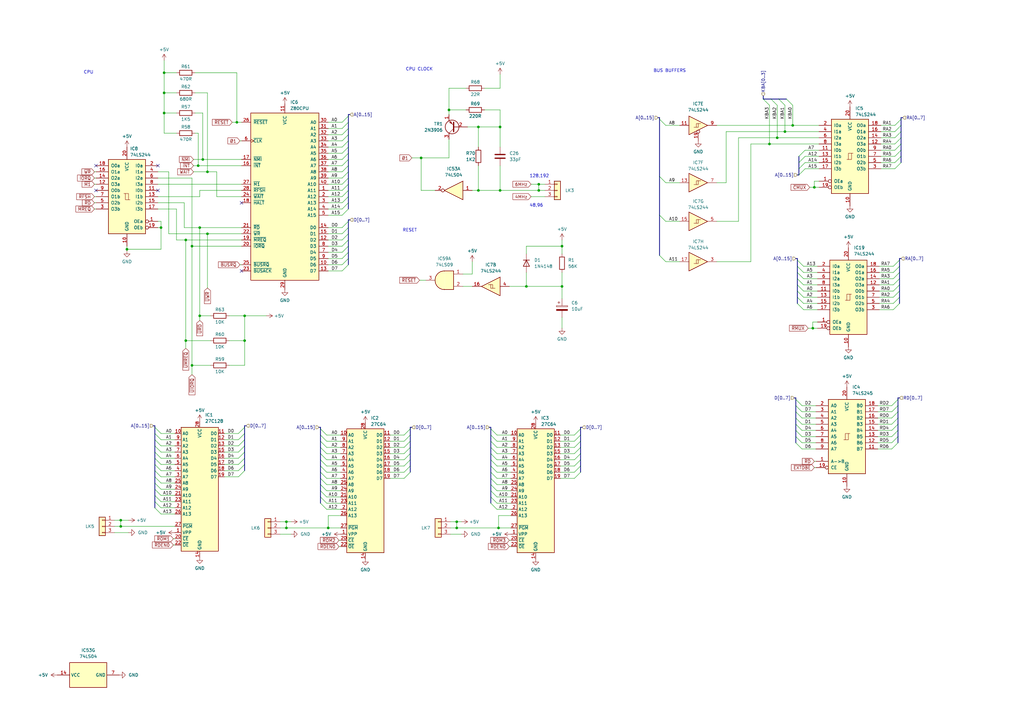
<source format=kicad_sch>
(kicad_sch (version 20230121) (generator eeschema)
  (paper "A3")
  (junction (at 97.155 50.165))
  (junction (at 220.98 75.565))
  (junction (at 187.325 216.535))
  (junction (at 230.505 117.475))
  (junction (at 230.505 100.965))
  (junction (at 85.09 70.485))
  (junction (at 184.15 45.085))
  (junction (at 83.185 65.405))
  (junction (at 85.09 95.885))
  (junction (at 187.325 213.995))
  (junction (at 318.77 56.515))
  (junction (at 66.04 93.345))
  (junction (at 78.74 100.965))
  (junction (at 321.945 53.975))
  (junction (at 215.9 117.475))
  (junction (at 100.33 129.54))
  (junction (at 205.105 52.07))
  (junction (at 315.595 59.055))
  (junction (at 172.72 64.77))
  (junction (at 67.31 46.355))
  (junction (at 196.215 52.07))
  (junction (at 333.375 134.62))
  (junction (at 204.47 216.535))
  (junction (at 100.33 139.7))
  (junction (at 81.915 129.54))
  (junction (at 76.2 98.425))
  (junction (at 325.12 51.435))
  (junction (at 78.74 149.86))
  (junction (at 334.01 76.835))
  (junction (at 81.915 93.345))
  (junction (at 52.07 102.235))
  (junction (at 81.28 67.945))
  (junction (at 76.2 139.7))
  (junction (at 49.53 213.36))
  (junction (at 205.105 78.105))
  (junction (at 67.31 29.845))
  (junction (at 220.98 78.105))
  (junction (at 117.475 216.535))
  (junction (at 196.215 78.105))
  (junction (at 117.475 213.995))
  (junction (at 67.31 38.1))
  (junction (at 49.53 215.9))
  (junction (at 134.62 216.535))
  (no_connect (at 64.77 67.945))
  (no_connect (at 64.77 78.105))
  (no_connect (at 99.06 111.125))
  (no_connect (at 39.37 67.945))
  (no_connect (at 99.06 83.185))
  (no_connect (at 39.37 78.105))
  (bus_entry (at 328.93 179.07) (size -2.54 -2.54))
  (bus_entry (at 165.735 180.975) (size 2.54 -2.54))
  (bus_entry (at 66.04 187.96) (size -2.54 -2.54))
  (bus_entry (at 66.04 203.2) (size -2.54 -2.54))
  (bus_entry (at 66.04 208.28) (size -2.54 -2.54))
  (bus_entry (at 203.835 208.915) (size -2.54 -2.54))
  (bus_entry (at 328.93 173.99) (size -2.54 -2.54))
  (bus_entry (at 140.335 52.705) (size 2.54 -2.54))
  (bus_entry (at 203.835 198.755) (size -2.54 -2.54))
  (bus_entry (at 133.985 186.055) (size -2.54 -2.54))
  (bus_entry (at 165.735 196.215) (size 2.54 -2.54))
  (bus_entry (at 329.565 119.38) (size -2.54 -2.54))
  (bus_entry (at 165.735 183.515) (size 2.54 -2.54))
  (bus_entry (at 133.985 193.675) (size -2.54 -2.54))
  (bus_entry (at 367.03 69.215) (size 2.54 -2.54))
  (bus_entry (at 329.565 116.84) (size -2.54 -2.54))
  (bus_entry (at 97.79 193.04) (size 2.54 -2.54))
  (bus_entry (at 203.835 196.215) (size -2.54 -2.54))
  (bus_entry (at 140.335 95.885) (size 2.54 -2.54))
  (bus_entry (at 330.2 69.215) (size -2.54 2.54))
  (bus_entry (at 365.76 171.45) (size 2.54 -2.54))
  (bus_entry (at 140.335 62.865) (size 2.54 -2.54))
  (bus_entry (at 329.565 124.46) (size -2.54 -2.54))
  (bus_entry (at 203.835 188.595) (size -2.54 -2.54))
  (bus_entry (at 133.985 206.375) (size -2.54 -2.54))
  (bus_entry (at 316.23 40.64) (size 2.54 2.54))
  (bus_entry (at 273.05 107.315) (size -2.54 -2.54))
  (bus_entry (at 140.335 70.485) (size 2.54 -2.54))
  (bus_entry (at 329.565 109.22) (size -2.54 -2.54))
  (bus_entry (at 203.835 180.975) (size -2.54 -2.54))
  (bus_entry (at 367.03 56.515) (size 2.54 -2.54))
  (bus_entry (at 165.735 191.135) (size 2.54 -2.54))
  (bus_entry (at 367.03 61.595) (size 2.54 -2.54))
  (bus_entry (at 367.03 59.055) (size 2.54 -2.54))
  (bus_entry (at 203.835 183.515) (size -2.54 -2.54))
  (bus_entry (at 66.04 195.58) (size -2.54 -2.54))
  (bus_entry (at 367.03 53.975) (size 2.54 -2.54))
  (bus_entry (at 66.04 190.5) (size -2.54 -2.54))
  (bus_entry (at 313.055 40.64) (size 2.54 2.54))
  (bus_entry (at 140.335 73.025) (size 2.54 -2.54))
  (bus_entry (at 203.835 206.375) (size -2.54 -2.54))
  (bus_entry (at 140.335 103.505) (size 2.54 -2.54))
  (bus_entry (at 66.04 177.8) (size -2.54 -2.54))
  (bus_entry (at 140.335 67.945) (size 2.54 -2.54))
  (bus_entry (at 66.04 193.04) (size -2.54 -2.54))
  (bus_entry (at 133.985 201.295) (size -2.54 -2.54))
  (bus_entry (at 366.395 114.3) (size 2.54 -2.54))
  (bus_entry (at 140.335 106.045) (size 2.54 -2.54))
  (bus_entry (at 365.76 181.61) (size 2.54 -2.54))
  (bus_entry (at 329.565 114.3) (size -2.54 -2.54))
  (bus_entry (at 203.835 178.435) (size -2.54 -2.54))
  (bus_entry (at 328.93 184.15) (size -2.54 -2.54))
  (bus_entry (at 203.835 186.055) (size -2.54 -2.54))
  (bus_entry (at 366.395 121.92) (size 2.54 -2.54))
  (bus_entry (at 322.58 40.64) (size 2.54 2.54))
  (bus_entry (at 140.335 88.265) (size 2.54 -2.54))
  (bus_entry (at 133.985 183.515) (size -2.54 -2.54))
  (bus_entry (at 133.985 180.975) (size -2.54 -2.54))
  (bus_entry (at 66.04 200.66) (size -2.54 -2.54))
  (bus_entry (at 367.03 51.435) (size 2.54 -2.54))
  (bus_entry (at 97.79 187.96) (size 2.54 -2.54))
  (bus_entry (at 140.335 75.565) (size 2.54 -2.54))
  (bus_entry (at 140.335 78.105) (size 2.54 -2.54))
  (bus_entry (at 97.79 195.58) (size 2.54 -2.54))
  (bus_entry (at 97.79 190.5) (size 2.54 -2.54))
  (bus_entry (at 140.335 100.965) (size 2.54 -2.54))
  (bus_entry (at 133.985 188.595) (size -2.54 -2.54))
  (bus_entry (at 366.395 119.38) (size 2.54 -2.54))
  (bus_entry (at 273.05 51.435) (size -2.54 -2.54))
  (bus_entry (at 235.585 186.055) (size 2.54 -2.54))
  (bus_entry (at 140.335 55.245) (size 2.54 -2.54))
  (bus_entry (at 366.395 127) (size 2.54 -2.54))
  (bus_entry (at 66.04 205.74) (size -2.54 -2.54))
  (bus_entry (at 165.735 188.595) (size 2.54 -2.54))
  (bus_entry (at 66.04 182.88) (size -2.54 -2.54))
  (bus_entry (at 330.2 66.675) (size -2.54 2.54))
  (bus_entry (at 328.93 176.53) (size -2.54 -2.54))
  (bus_entry (at 328.93 166.37) (size -2.54 -2.54))
  (bus_entry (at 140.335 83.185) (size 2.54 -2.54))
  (bus_entry (at 97.79 180.34) (size 2.54 -2.54))
  (bus_entry (at 365.76 166.37) (size 2.54 -2.54))
  (bus_entry (at 203.835 191.135) (size -2.54 -2.54))
  (bus_entry (at 235.585 196.215) (size 2.54 -2.54))
  (bus_entry (at 133.985 191.135) (size -2.54 -2.54))
  (bus_entry (at 140.335 108.585) (size 2.54 -2.54))
  (bus_entry (at 235.585 188.595) (size 2.54 -2.54))
  (bus_entry (at 366.395 111.76) (size 2.54 -2.54))
  (bus_entry (at 140.335 60.325) (size 2.54 -2.54))
  (bus_entry (at 366.395 109.22) (size 2.54 -2.54))
  (bus_entry (at 66.04 198.12) (size -2.54 -2.54))
  (bus_entry (at 140.335 85.725) (size 2.54 -2.54))
  (bus_entry (at 365.76 179.07) (size 2.54 -2.54))
  (bus_entry (at 329.565 121.92) (size -2.54 -2.54))
  (bus_entry (at 133.985 198.755) (size -2.54 -2.54))
  (bus_entry (at 273.05 90.805) (size -2.54 -2.54))
  (bus_entry (at 235.585 178.435) (size 2.54 -2.54))
  (bus_entry (at 366.395 116.84) (size 2.54 -2.54))
  (bus_entry (at 365.76 176.53) (size 2.54 -2.54))
  (bus_entry (at 203.835 203.835) (size -2.54 -2.54))
  (bus_entry (at 165.735 186.055) (size 2.54 -2.54))
  (bus_entry (at 140.335 98.425) (size 2.54 -2.54))
  (bus_entry (at 328.93 168.91) (size -2.54 -2.54))
  (bus_entry (at 203.835 201.295) (size -2.54 -2.54))
  (bus_entry (at 97.79 177.8) (size 2.54 -2.54))
  (bus_entry (at 140.335 93.345) (size 2.54 -2.54))
  (bus_entry (at 165.735 178.435) (size 2.54 -2.54))
  (bus_entry (at 235.585 183.515) (size 2.54 -2.54))
  (bus_entry (at 66.04 210.82) (size -2.54 -2.54))
  (bus_entry (at 330.2 64.135) (size -2.54 2.54))
  (bus_entry (at 319.405 40.64) (size 2.54 2.54))
  (bus_entry (at 235.585 193.675) (size 2.54 -2.54))
  (bus_entry (at 133.985 178.435) (size -2.54 -2.54))
  (bus_entry (at 367.03 66.675) (size 2.54 -2.54))
  (bus_entry (at 140.335 57.785) (size 2.54 -2.54))
  (bus_entry (at 365.76 168.91) (size 2.54 -2.54))
  (bus_entry (at 367.03 64.135) (size 2.54 -2.54))
  (bus_entry (at 66.04 185.42) (size -2.54 -2.54))
  (bus_entry (at 235.585 180.975) (size 2.54 -2.54))
  (bus_entry (at 140.335 111.125) (size 2.54 -2.54))
  (bus_entry (at 329.565 127) (size -2.54 -2.54))
  (bus_entry (at 273.05 74.93) (size -2.54 -2.54))
  (bus_entry (at 165.735 193.675) (size 2.54 -2.54))
  (bus_entry (at 203.835 193.675) (size -2.54 -2.54))
  (bus_entry (at 140.335 65.405) (size 2.54 -2.54))
  (bus_entry (at 365.76 173.99) (size 2.54 -2.54))
  (bus_entry (at 140.335 80.645) (size 2.54 -2.54))
  (bus_entry (at 133.985 208.915) (size -2.54 -2.54))
  (bus_entry (at 365.76 184.15) (size 2.54 -2.54))
  (bus_entry (at 366.395 124.46) (size 2.54 -2.54))
  (bus_entry (at 329.565 111.76) (size -2.54 -2.54))
  (bus_entry (at 66.04 180.34) (size -2.54 -2.54))
  (bus_entry (at 133.985 196.215) (size -2.54 -2.54))
  (bus_entry (at 328.93 171.45) (size -2.54 -2.54))
  (bus_entry (at 97.79 182.88) (size 2.54 -2.54))
  (bus_entry (at 330.2 61.595) (size -2.54 2.54))
  (bus_entry (at 140.335 50.165) (size 2.54 -2.54))
  (bus_entry (at 97.79 185.42) (size 2.54 -2.54))
  (bus_entry (at 328.93 181.61) (size -2.54 -2.54))
  (bus_entry (at 133.985 203.835) (size -2.54 -2.54))
  (bus_entry (at 235.585 191.135) (size 2.54 -2.54))
  (bus (pts (xy 131.445 198.755) (xy 131.445 201.295)))
  (wire (pts (xy 160.02 188.595) (xy 165.735 188.595)))
  (wire (pts (xy 335.28 127) (xy 329.565 127)))
  (wire (pts (xy 360.68 124.46) (xy 366.395 124.46)))
  (wire (pts (xy 335.28 109.22) (xy 329.565 109.22)))
  (wire (pts (xy 78.74 100.965) (xy 78.74 149.86)))
  (wire (pts (xy 360.045 171.45) (xy 365.76 171.45)))
  (bus (pts (xy 369.57 61.595) (xy 369.57 64.135)))
  (bus (pts (xy 368.3 168.91) (xy 368.3 171.45)))
  (bus (pts (xy 313.055 39.37) (xy 313.055 40.64)))
  (bus (pts (xy 168.275 175.895) (xy 168.275 178.435)))
  (wire (pts (xy 134.62 100.965) (xy 140.335 100.965)))
  (bus (pts (xy 142.875 90.17) (xy 142.875 90.805)))
  (wire (pts (xy 52.705 213.36) (xy 49.53 213.36)))
  (wire (pts (xy 92.075 177.8) (xy 97.79 177.8)))
  (bus (pts (xy 326.39 176.53) (xy 326.39 179.07)))
  (wire (pts (xy 134.62 73.025) (xy 140.335 73.025)))
  (wire (pts (xy 230.505 117.475) (xy 215.9 117.475)))
  (wire (pts (xy 139.7 211.455) (xy 134.62 211.455)))
  (wire (pts (xy 360.045 168.91) (xy 365.76 168.91)))
  (bus (pts (xy 327.66 69.215) (xy 327.66 66.675)))
  (wire (pts (xy 119.38 219.075) (xy 114.935 219.075)))
  (bus (pts (xy 327.66 71.755) (xy 327.66 69.215)))
  (wire (pts (xy 361.315 69.215) (xy 367.03 69.215)))
  (wire (pts (xy 334.01 191.77) (xy 334.645 191.77)))
  (wire (pts (xy 178.435 78.105) (xy 172.72 78.105)))
  (bus (pts (xy 131.445 191.135) (xy 131.445 193.675)))
  (wire (pts (xy 109.22 129.54) (xy 100.33 129.54)))
  (wire (pts (xy 172.72 78.105) (xy 172.72 64.77)))
  (wire (pts (xy 93.98 139.7) (xy 100.33 139.7)))
  (bus (pts (xy 270.51 88.265) (xy 270.51 104.775)))
  (wire (pts (xy 64.77 93.345) (xy 66.04 93.345)))
  (wire (pts (xy 134.62 88.265) (xy 140.335 88.265)))
  (wire (pts (xy 198.755 45.085) (xy 205.105 45.085)))
  (wire (pts (xy 230.505 100.965) (xy 230.505 104.14)))
  (wire (pts (xy 134.62 111.125) (xy 140.335 111.125)))
  (wire (pts (xy 229.87 188.595) (xy 235.585 188.595)))
  (wire (pts (xy 100.33 139.7) (xy 100.33 129.54)))
  (bus (pts (xy 63.5 205.74) (xy 63.5 208.28)))
  (bus (pts (xy 368.3 171.45) (xy 368.3 173.99)))
  (wire (pts (xy 209.55 183.515) (xy 203.835 183.515)))
  (wire (pts (xy 229.87 196.215) (xy 235.585 196.215)))
  (wire (pts (xy 315.595 59.055) (xy 335.915 59.055)))
  (wire (pts (xy 334.01 189.23) (xy 334.645 189.23)))
  (bus (pts (xy 327.025 116.84) (xy 327.025 119.38)))
  (wire (pts (xy 220.98 75.565) (xy 223.52 75.565)))
  (bus (pts (xy 142.875 100.965) (xy 142.875 103.505)))
  (bus (pts (xy 142.875 103.505) (xy 142.875 106.045)))
  (wire (pts (xy 230.505 122.555) (xy 230.505 117.475)))
  (wire (pts (xy 67.31 29.845) (xy 72.39 29.845)))
  (wire (pts (xy 184.15 45.085) (xy 191.135 45.085)))
  (wire (pts (xy 81.915 80.645) (xy 64.77 80.645)))
  (wire (pts (xy 334.645 176.53) (xy 328.93 176.53)))
  (bus (pts (xy 63.5 203.2) (xy 63.5 205.74)))
  (bus (pts (xy 142.875 65.405) (xy 142.875 67.945)))
  (wire (pts (xy 92.075 187.96) (xy 97.79 187.96)))
  (bus (pts (xy 369.57 53.975) (xy 369.57 56.515)))
  (bus (pts (xy 270.51 48.26) (xy 270.51 48.895)))
  (bus (pts (xy 201.295 183.515) (xy 201.295 186.055)))
  (bus (pts (xy 142.875 70.485) (xy 142.875 73.025)))
  (bus (pts (xy 63.5 193.04) (xy 63.5 195.58)))
  (wire (pts (xy 229.87 180.975) (xy 235.585 180.975)))
  (wire (pts (xy 139.7 180.975) (xy 133.985 180.975)))
  (bus (pts (xy 326.39 168.91) (xy 326.39 171.45)))
  (wire (pts (xy 361.315 61.595) (xy 367.03 61.595)))
  (bus (pts (xy 142.875 67.945) (xy 142.875 70.485)))
  (wire (pts (xy 209.55 193.675) (xy 203.835 193.675)))
  (wire (pts (xy 66.04 102.235) (xy 52.07 102.235)))
  (wire (pts (xy 297.815 74.93) (xy 297.815 53.975)))
  (wire (pts (xy 134.62 106.045) (xy 140.335 106.045)))
  (wire (pts (xy 67.31 46.355) (xy 72.39 46.355)))
  (wire (pts (xy 76.2 139.7) (xy 76.2 142.875)))
  (bus (pts (xy 369.57 48.26) (xy 369.57 48.895)))
  (bus (pts (xy 238.76 175.26) (xy 238.125 175.26)))
  (wire (pts (xy 38.735 70.485) (xy 39.37 70.485)))
  (wire (pts (xy 75.565 93.345) (xy 75.565 83.185)))
  (wire (pts (xy 134.62 70.485) (xy 140.335 70.485)))
  (wire (pts (xy 230.505 134.62) (xy 230.505 130.175)))
  (wire (pts (xy 49.53 213.36) (xy 46.99 213.36)))
  (wire (pts (xy 92.075 180.34) (xy 97.79 180.34)))
  (wire (pts (xy 117.475 213.995) (xy 114.935 213.995)))
  (bus (pts (xy 100.33 174.625) (xy 100.33 175.26)))
  (wire (pts (xy 205.105 52.07) (xy 205.105 60.325)))
  (bus (pts (xy 100.33 190.5) (xy 100.33 193.04)))
  (wire (pts (xy 64.77 73.025) (xy 78.74 73.025)))
  (wire (pts (xy 139.065 221.615) (xy 139.7 221.615)))
  (bus (pts (xy 131.445 188.595) (xy 131.445 191.135)))
  (wire (pts (xy 80.01 29.845) (xy 97.155 29.845)))
  (wire (pts (xy 229.87 183.515) (xy 235.585 183.515)))
  (wire (pts (xy 134.62 98.425) (xy 140.335 98.425)))
  (wire (pts (xy 209.55 208.915) (xy 203.835 208.915)))
  (bus (pts (xy 326.39 166.37) (xy 326.39 168.91)))
  (bus (pts (xy 327.025 71.755) (xy 327.66 71.755)))
  (bus (pts (xy 368.935 106.68) (xy 368.935 109.22)))
  (bus (pts (xy 143.51 46.99) (xy 142.875 46.99)))
  (wire (pts (xy 315.595 43.18) (xy 315.595 59.055)))
  (bus (pts (xy 319.405 40.64) (xy 322.58 40.64)))
  (bus (pts (xy 131.445 193.675) (xy 131.445 196.215)))
  (bus (pts (xy 326.39 179.07) (xy 326.39 181.61)))
  (wire (pts (xy 72.39 98.425) (xy 76.2 98.425)))
  (bus (pts (xy 327.025 119.38) (xy 327.025 121.92)))
  (bus (pts (xy 131.445 196.215) (xy 131.445 198.755)))
  (wire (pts (xy 67.31 46.355) (xy 67.31 38.1)))
  (bus (pts (xy 327.025 109.22) (xy 327.025 111.76)))
  (wire (pts (xy 49.53 215.9) (xy 71.755 215.9)))
  (wire (pts (xy 139.7 178.435) (xy 133.985 178.435)))
  (wire (pts (xy 86.36 149.86) (xy 78.74 149.86)))
  (wire (pts (xy 187.325 213.995) (xy 187.325 216.535)))
  (bus (pts (xy 63.5 174.625) (xy 63.5 175.26)))
  (wire (pts (xy 335.28 114.3) (xy 329.565 114.3)))
  (wire (pts (xy 361.315 51.435) (xy 367.03 51.435)))
  (wire (pts (xy 360.045 166.37) (xy 365.76 166.37)))
  (bus (pts (xy 201.295 191.135) (xy 201.295 193.675)))
  (wire (pts (xy 38.735 85.725) (xy 39.37 85.725)))
  (bus (pts (xy 63.5 177.8) (xy 63.5 180.34)))
  (bus (pts (xy 168.275 180.975) (xy 168.275 183.515)))
  (wire (pts (xy 334.01 74.295) (xy 334.01 76.835)))
  (wire (pts (xy 209.55 186.055) (xy 203.835 186.055)))
  (wire (pts (xy 85.09 38.1) (xy 85.09 70.485)))
  (bus (pts (xy 201.295 201.295) (xy 201.295 203.835)))
  (wire (pts (xy 79.375 70.485) (xy 85.09 70.485)))
  (bus (pts (xy 142.875 46.99) (xy 142.875 47.625)))
  (wire (pts (xy 71.755 190.5) (xy 66.04 190.5)))
  (wire (pts (xy 209.55 178.435) (xy 203.835 178.435)))
  (bus (pts (xy 168.91 175.26) (xy 168.275 175.26)))
  (wire (pts (xy 333.375 132.08) (xy 333.375 134.62)))
  (bus (pts (xy 201.295 180.975) (xy 201.295 183.515)))
  (wire (pts (xy 71.755 195.58) (xy 66.04 195.58)))
  (bus (pts (xy 168.275 191.135) (xy 168.275 193.675)))
  (wire (pts (xy 189.865 112.395) (xy 193.675 112.395)))
  (wire (pts (xy 64.77 85.725) (xy 72.39 85.725)))
  (bus (pts (xy 316.23 40.64) (xy 319.405 40.64)))
  (wire (pts (xy 83.185 65.405) (xy 99.06 65.405)))
  (bus (pts (xy 131.445 203.835) (xy 131.445 206.375)))
  (wire (pts (xy 67.31 38.1) (xy 67.31 29.845)))
  (wire (pts (xy 85.09 95.885) (xy 69.215 95.885)))
  (bus (pts (xy 201.295 196.215) (xy 201.295 198.755)))
  (wire (pts (xy 64.77 75.565) (xy 99.06 75.565)))
  (bus (pts (xy 369.57 106.045) (xy 368.935 106.045)))
  (wire (pts (xy 71.755 177.8) (xy 66.04 177.8)))
  (wire (pts (xy 86.36 139.7) (xy 76.2 139.7)))
  (wire (pts (xy 139.7 208.915) (xy 133.985 208.915)))
  (wire (pts (xy 52.07 102.235) (xy 52.07 100.965)))
  (wire (pts (xy 49.53 213.36) (xy 49.53 215.9)))
  (wire (pts (xy 184.15 64.77) (xy 184.15 57.15)))
  (wire (pts (xy 360.68 114.3) (xy 366.395 114.3)))
  (bus (pts (xy 201.295 193.675) (xy 201.295 196.215)))
  (wire (pts (xy 209.55 198.755) (xy 203.835 198.755)))
  (bus (pts (xy 100.33 177.8) (xy 100.33 180.34)))
  (wire (pts (xy 79.375 67.945) (xy 81.28 67.945)))
  (wire (pts (xy 88.9 70.485) (xy 88.9 80.645)))
  (wire (pts (xy 66.04 90.805) (xy 66.04 93.345)))
  (wire (pts (xy 46.99 215.9) (xy 49.53 215.9)))
  (wire (pts (xy 85.09 70.485) (xy 88.9 70.485)))
  (bus (pts (xy 368.3 179.07) (xy 368.3 181.61)))
  (bus (pts (xy 368.3 163.195) (xy 368.3 163.83)))
  (wire (pts (xy 134.62 75.565) (xy 140.335 75.565)))
  (bus (pts (xy 142.875 73.025) (xy 142.875 75.565)))
  (wire (pts (xy 360.68 127) (xy 366.395 127)))
  (wire (pts (xy 83.185 46.355) (xy 83.185 65.405)))
  (wire (pts (xy 71.12 223.52) (xy 71.755 223.52)))
  (bus (pts (xy 142.875 78.105) (xy 142.875 80.645)))
  (wire (pts (xy 335.28 121.92) (xy 329.565 121.92)))
  (wire (pts (xy 81.28 67.945) (xy 99.06 67.945)))
  (wire (pts (xy 229.87 186.055) (xy 235.585 186.055)))
  (bus (pts (xy 326.39 106.045) (xy 327.025 106.045)))
  (wire (pts (xy 184.15 45.085) (xy 184.15 36.195)))
  (wire (pts (xy 209.55 188.595) (xy 203.835 188.595)))
  (wire (pts (xy 139.7 193.675) (xy 133.985 193.675)))
  (wire (pts (xy 92.075 190.5) (xy 97.79 190.5)))
  (bus (pts (xy 326.39 171.45) (xy 326.39 173.99)))
  (wire (pts (xy 139.7 191.135) (xy 133.985 191.135)))
  (wire (pts (xy 196.215 52.07) (xy 196.215 60.325)))
  (bus (pts (xy 130.81 175.26) (xy 131.445 175.26)))
  (wire (pts (xy 360.045 179.07) (xy 365.76 179.07)))
  (wire (pts (xy 361.315 64.135) (xy 367.03 64.135)))
  (wire (pts (xy 134.62 57.785) (xy 140.335 57.785)))
  (bus (pts (xy 168.275 186.055) (xy 168.275 188.595)))
  (bus (pts (xy 201.295 186.055) (xy 201.295 188.595)))
  (bus (pts (xy 368.935 114.3) (xy 368.935 116.84)))
  (bus (pts (xy 368.3 166.37) (xy 368.3 168.91)))
  (wire (pts (xy 97.155 29.845) (xy 97.155 50.165)))
  (wire (pts (xy 184.785 216.535) (xy 187.325 216.535)))
  (wire (pts (xy 134.62 52.705) (xy 140.335 52.705)))
  (bus (pts (xy 63.5 195.58) (xy 63.5 198.12)))
  (bus (pts (xy 238.125 175.26) (xy 238.125 175.895)))
  (wire (pts (xy 100.33 149.86) (xy 100.33 139.7)))
  (bus (pts (xy 326.39 163.83) (xy 326.39 166.37)))
  (wire (pts (xy 220.98 75.565) (xy 220.98 78.105)))
  (bus (pts (xy 368.935 163.195) (xy 368.3 163.195)))
  (wire (pts (xy 134.62 67.945) (xy 140.335 67.945)))
  (wire (pts (xy 332.105 76.835) (xy 334.01 76.835)))
  (wire (pts (xy 307.975 107.315) (xy 307.975 59.055)))
  (wire (pts (xy 361.315 59.055) (xy 367.03 59.055)))
  (bus (pts (xy 201.295 175.895) (xy 201.295 178.435)))
  (wire (pts (xy 229.87 193.675) (xy 235.585 193.675)))
  (wire (pts (xy 71.755 198.12) (xy 66.04 198.12)))
  (wire (pts (xy 205.105 78.105) (xy 220.98 78.105)))
  (bus (pts (xy 368.935 116.84) (xy 368.935 119.38)))
  (wire (pts (xy 334.645 173.99) (xy 328.93 173.99)))
  (wire (pts (xy 93.98 149.86) (xy 100.33 149.86)))
  (wire (pts (xy 64.77 90.805) (xy 66.04 90.805)))
  (wire (pts (xy 92.075 185.42) (xy 97.79 185.42)))
  (wire (pts (xy 92.075 182.88) (xy 97.79 182.88)))
  (wire (pts (xy 81.915 78.105) (xy 81.915 80.645)))
  (wire (pts (xy 196.215 52.07) (xy 205.105 52.07)))
  (bus (pts (xy 143.51 90.17) (xy 142.875 90.17)))
  (wire (pts (xy 160.02 183.515) (xy 165.735 183.515)))
  (wire (pts (xy 361.315 56.515) (xy 367.03 56.515)))
  (wire (pts (xy 160.02 191.135) (xy 165.735 191.135)))
  (wire (pts (xy 294.005 51.435) (xy 325.12 51.435)))
  (wire (pts (xy 334.645 171.45) (xy 328.93 171.45)))
  (wire (pts (xy 66.04 93.345) (xy 66.04 102.235)))
  (bus (pts (xy 168.275 188.595) (xy 168.275 191.135)))
  (wire (pts (xy 193.675 78.105) (xy 196.215 78.105)))
  (wire (pts (xy 134.62 78.105) (xy 140.335 78.105)))
  (wire (pts (xy 97.155 50.165) (xy 99.06 50.165)))
  (wire (pts (xy 69.215 95.885) (xy 69.215 70.485)))
  (wire (pts (xy 209.55 206.375) (xy 203.835 206.375)))
  (bus (pts (xy 368.935 119.38) (xy 368.935 121.92)))
  (wire (pts (xy 229.87 178.435) (xy 235.585 178.435)))
  (wire (pts (xy 205.105 78.105) (xy 205.105 67.945)))
  (bus (pts (xy 131.445 186.055) (xy 131.445 188.595)))
  (wire (pts (xy 134.62 60.325) (xy 140.335 60.325)))
  (wire (pts (xy 134.62 80.645) (xy 140.335 80.645)))
  (wire (pts (xy 172.72 64.77) (xy 184.15 64.77)))
  (wire (pts (xy 80.01 54.61) (xy 81.28 54.61)))
  (wire (pts (xy 80.01 38.1) (xy 85.09 38.1)))
  (wire (pts (xy 334.645 179.07) (xy 328.93 179.07)))
  (bus (pts (xy 142.875 106.045) (xy 142.875 108.585)))
  (bus (pts (xy 200.66 175.26) (xy 201.295 175.26)))
  (wire (pts (xy 360.045 176.53) (xy 365.76 176.53)))
  (bus (pts (xy 142.875 57.785) (xy 142.875 60.325)))
  (wire (pts (xy 134.62 50.165) (xy 140.335 50.165)))
  (wire (pts (xy 139.7 186.055) (xy 133.985 186.055)))
  (bus (pts (xy 63.5 200.66) (xy 63.5 203.2)))
  (wire (pts (xy 139.7 183.515) (xy 133.985 183.515)))
  (wire (pts (xy 335.915 64.135) (xy 330.2 64.135)))
  (bus (pts (xy 238.125 178.435) (xy 238.125 180.975)))
  (wire (pts (xy 209.55 201.295) (xy 203.835 201.295)))
  (wire (pts (xy 360.68 111.76) (xy 366.395 111.76)))
  (wire (pts (xy 334.01 76.835) (xy 335.915 76.835)))
  (wire (pts (xy 81.915 93.345) (xy 75.565 93.345)))
  (bus (pts (xy 142.875 83.185) (xy 142.875 85.725)))
  (wire (pts (xy 220.98 78.105) (xy 223.52 78.105)))
  (wire (pts (xy 75.565 83.185) (xy 64.77 83.185)))
  (wire (pts (xy 230.505 111.76) (xy 230.505 117.475)))
  (wire (pts (xy 160.02 186.055) (xy 165.735 186.055)))
  (bus (pts (xy 370.205 48.26) (xy 369.57 48.26)))
  (wire (pts (xy 134.62 211.455) (xy 134.62 216.535)))
  (wire (pts (xy 71.755 187.96) (xy 66.04 187.96)))
  (wire (pts (xy 184.15 46.99) (xy 184.15 45.085)))
  (bus (pts (xy 327.66 66.675) (xy 327.66 64.135)))
  (wire (pts (xy 325.12 51.435) (xy 335.915 51.435)))
  (bus (pts (xy 63.5 175.26) (xy 63.5 177.8)))
  (bus (pts (xy 369.57 64.135) (xy 369.57 66.675)))
  (bus (pts (xy 327.025 114.3) (xy 327.025 116.84)))
  (bus (pts (xy 368.935 106.045) (xy 368.935 106.68)))
  (wire (pts (xy 52.705 218.44) (xy 46.99 218.44)))
  (bus (pts (xy 142.875 62.865) (xy 142.875 65.405)))
  (bus (pts (xy 327.025 106.68) (xy 327.025 109.22)))
  (wire (pts (xy 229.87 191.135) (xy 235.585 191.135)))
  (wire (pts (xy 321.945 53.975) (xy 335.915 53.975)))
  (wire (pts (xy 217.805 75.565) (xy 220.98 75.565)))
  (wire (pts (xy 360.68 119.38) (xy 366.395 119.38)))
  (bus (pts (xy 100.33 175.26) (xy 100.33 177.8)))
  (wire (pts (xy 205.105 45.085) (xy 205.105 52.07)))
  (wire (pts (xy 318.77 43.18) (xy 318.77 56.515)))
  (bus (pts (xy 63.5 187.96) (xy 63.5 190.5)))
  (bus (pts (xy 142.875 52.705) (xy 142.875 55.245)))
  (wire (pts (xy 71.755 182.88) (xy 66.04 182.88)))
  (bus (pts (xy 369.57 56.515) (xy 369.57 59.055)))
  (wire (pts (xy 134.62 62.865) (xy 140.335 62.865)))
  (bus (pts (xy 368.3 176.53) (xy 368.3 179.07)))
  (wire (pts (xy 189.865 117.475) (xy 193.675 117.475)))
  (wire (pts (xy 72.39 85.725) (xy 72.39 98.425)))
  (bus (pts (xy 131.445 175.26) (xy 131.445 175.895)))
  (wire (pts (xy 196.215 78.105) (xy 205.105 78.105)))
  (wire (pts (xy 134.62 216.535) (xy 139.7 216.535)))
  (wire (pts (xy 71.755 200.66) (xy 66.04 200.66)))
  (wire (pts (xy 205.105 30.48) (xy 205.105 36.195)))
  (bus (pts (xy 168.275 175.26) (xy 168.275 175.895)))
  (wire (pts (xy 72.39 54.61) (xy 67.31 54.61)))
  (bus (pts (xy 269.875 48.26) (xy 270.51 48.26)))
  (wire (pts (xy 307.975 59.055) (xy 315.595 59.055)))
  (wire (pts (xy 208.915 221.615) (xy 209.55 221.615)))
  (wire (pts (xy 71.755 203.2) (xy 66.04 203.2)))
  (wire (pts (xy 160.02 196.215) (xy 165.735 196.215)))
  (wire (pts (xy 360.68 121.92) (xy 366.395 121.92)))
  (bus (pts (xy 168.275 183.515) (xy 168.275 186.055)))
  (wire (pts (xy 160.02 178.435) (xy 165.735 178.435)))
  (wire (pts (xy 80.01 46.355) (xy 83.185 46.355)))
  (wire (pts (xy 134.62 95.885) (xy 140.335 95.885)))
  (bus (pts (xy 369.57 51.435) (xy 369.57 53.975)))
  (bus (pts (xy 100.33 187.96) (xy 100.33 190.5)))
  (wire (pts (xy 187.325 213.995) (xy 184.785 213.995)))
  (wire (pts (xy 71.755 208.28) (xy 66.04 208.28)))
  (wire (pts (xy 69.215 70.485) (xy 64.77 70.485)))
  (bus (pts (xy 270.51 72.39) (xy 270.51 88.265)))
  (wire (pts (xy 38.735 80.645) (xy 39.37 80.645)))
  (wire (pts (xy 360.045 173.99) (xy 365.76 173.99)))
  (wire (pts (xy 230.505 100.965) (xy 215.9 100.965)))
  (wire (pts (xy 119.38 213.995) (xy 117.475 213.995)))
  (bus (pts (xy 326.39 173.99) (xy 326.39 176.53)))
  (bus (pts (xy 201.295 188.595) (xy 201.295 191.135)))
  (wire (pts (xy 321.945 43.18) (xy 321.945 53.975)))
  (bus (pts (xy 201.295 175.26) (xy 201.295 175.895)))
  (bus (pts (xy 142.875 75.565) (xy 142.875 78.105)))
  (wire (pts (xy 196.215 67.945) (xy 196.215 78.105)))
  (bus (pts (xy 100.965 174.625) (xy 100.33 174.625)))
  (bus (pts (xy 63.5 190.5) (xy 63.5 193.04)))
  (wire (pts (xy 187.325 216.535) (xy 204.47 216.535)))
  (wire (pts (xy 81.28 54.61) (xy 81.28 67.945)))
  (bus (pts (xy 100.33 185.42) (xy 100.33 187.96)))
  (wire (pts (xy 67.31 38.1) (xy 72.39 38.1)))
  (wire (pts (xy 230.505 98.425) (xy 230.505 100.965)))
  (wire (pts (xy 67.31 54.61) (xy 67.31 46.355)))
  (bus (pts (xy 142.875 50.165) (xy 142.875 52.705)))
  (wire (pts (xy 215.9 111.76) (xy 215.9 117.475)))
  (wire (pts (xy 335.915 66.675) (xy 330.2 66.675)))
  (bus (pts (xy 313.055 40.64) (xy 316.23 40.64)))
  (wire (pts (xy 139.7 206.375) (xy 133.985 206.375)))
  (wire (pts (xy 168.91 64.77) (xy 172.72 64.77)))
  (wire (pts (xy 360.045 184.15) (xy 365.76 184.15)))
  (wire (pts (xy 38.735 83.185) (xy 39.37 83.185)))
  (wire (pts (xy 335.28 111.76) (xy 329.565 111.76)))
  (wire (pts (xy 76.2 98.425) (xy 99.06 98.425)))
  (wire (pts (xy 98.425 57.785) (xy 99.06 57.785)))
  (bus (pts (xy 201.295 178.435) (xy 201.295 180.975)))
  (wire (pts (xy 318.77 56.515) (xy 335.915 56.515)))
  (bus (pts (xy 63.5 185.42) (xy 63.5 187.96)))
  (wire (pts (xy 302.895 90.805) (xy 302.895 56.515)))
  (bus (pts (xy 131.445 180.975) (xy 131.445 183.515)))
  (wire (pts (xy 294.005 107.315) (xy 307.975 107.315)))
  (bus (pts (xy 63.5 198.12) (xy 63.5 200.66)))
  (wire (pts (xy 193.675 112.395) (xy 193.675 107.315)))
  (wire (pts (xy 134.62 103.505) (xy 140.335 103.505)))
  (wire (pts (xy 78.74 149.86) (xy 78.74 153.67)))
  (wire (pts (xy 81.915 129.54) (xy 81.915 131.445)))
  (bus (pts (xy 238.125 175.895) (xy 238.125 178.435)))
  (bus (pts (xy 326.39 163.195) (xy 326.39 163.83)))
  (wire (pts (xy 98.425 108.585) (xy 99.06 108.585)))
  (bus (pts (xy 142.875 60.325) (xy 142.875 62.865)))
  (wire (pts (xy 360.045 181.61) (xy 365.76 181.61)))
  (wire (pts (xy 38.735 75.565) (xy 39.37 75.565)))
  (wire (pts (xy 335.28 124.46) (xy 329.565 124.46)))
  (wire (pts (xy 335.28 116.84) (xy 329.565 116.84)))
  (wire (pts (xy 67.31 29.845) (xy 67.31 24.765)))
  (wire (pts (xy 134.62 85.725) (xy 140.335 85.725)))
  (bus (pts (xy 368.935 111.76) (xy 368.935 114.3)))
  (bus (pts (xy 368.935 121.92) (xy 368.935 124.46)))
  (bus (pts (xy 131.445 175.895) (xy 131.445 178.435)))
  (wire (pts (xy 209.55 191.135) (xy 203.835 191.135)))
  (bus (pts (xy 142.875 90.805) (xy 142.875 93.345)))
  (wire (pts (xy 81.915 93.345) (xy 81.915 129.54)))
  (bus (pts (xy 168.275 178.435) (xy 168.275 180.975)))
  (wire (pts (xy 217.805 80.645) (xy 223.52 80.645)))
  (wire (pts (xy 294.005 74.93) (xy 297.815 74.93)))
  (wire (pts (xy 205.105 36.195) (xy 198.755 36.195)))
  (wire (pts (xy 209.55 203.835) (xy 203.835 203.835)))
  (wire (pts (xy 78.74 73.025) (xy 78.74 100.965)))
  (bus (pts (xy 201.295 203.835) (xy 201.295 206.375)))
  (bus (pts (xy 327.025 106.045) (xy 327.025 106.68)))
  (wire (pts (xy 92.075 193.04) (xy 97.79 193.04)))
  (wire (pts (xy 134.62 55.245) (xy 140.335 55.245)))
  (wire (pts (xy 335.915 61.595) (xy 330.2 61.595)))
  (bus (pts (xy 327.025 121.92) (xy 327.025 124.46)))
  (wire (pts (xy 331.47 134.62) (xy 333.375 134.62)))
  (bus (pts (xy 238.125 186.055) (xy 238.125 188.595)))
  (bus (pts (xy 368.3 163.83) (xy 368.3 166.37)))
  (wire (pts (xy 215.9 117.475) (xy 208.915 117.475)))
  (wire (pts (xy 92.075 195.58) (xy 97.79 195.58)))
  (wire (pts (xy 160.02 180.975) (xy 165.735 180.975)))
  (wire (pts (xy 273.05 90.805) (xy 278.765 90.805)))
  (bus (pts (xy 270.51 48.895) (xy 270.51 72.39)))
  (wire (pts (xy 361.315 66.675) (xy 367.03 66.675)))
  (wire (pts (xy 334.645 184.15) (xy 328.93 184.15)))
  (wire (pts (xy 294.005 90.805) (xy 302.895 90.805)))
  (wire (pts (xy 278.765 107.315) (xy 273.05 107.315)))
  (wire (pts (xy 79.375 65.405) (xy 83.185 65.405)))
  (wire (pts (xy 71.755 193.04) (xy 66.04 193.04)))
  (wire (pts (xy 189.23 219.075) (xy 184.785 219.075)))
  (bus (pts (xy 238.125 180.975) (xy 238.125 183.515)))
  (wire (pts (xy 360.68 116.84) (xy 366.395 116.84)))
  (bus (pts (xy 142.875 47.625) (xy 142.875 50.165)))
  (wire (pts (xy 134.62 83.185) (xy 140.335 83.185)))
  (wire (pts (xy 297.815 53.975) (xy 321.945 53.975)))
  (wire (pts (xy 184.15 36.195) (xy 191.135 36.195)))
  (wire (pts (xy 209.55 180.975) (xy 203.835 180.975)))
  (bus (pts (xy 325.755 163.195) (xy 326.39 163.195)))
  (wire (pts (xy 71.755 205.74) (xy 66.04 205.74)))
  (bus (pts (xy 142.875 93.345) (xy 142.875 95.885)))
  (bus (pts (xy 368.935 109.22) (xy 368.935 111.76)))
  (wire (pts (xy 38.735 73.025) (xy 39.37 73.025)))
  (wire (pts (xy 172.085 114.935) (xy 174.625 114.935)))
  (wire (pts (xy 117.475 213.995) (xy 117.475 216.535)))
  (wire (pts (xy 139.7 188.595) (xy 133.985 188.595)))
  (bus (pts (xy 131.445 183.515) (xy 131.445 186.055)))
  (wire (pts (xy 71.755 210.82) (xy 66.04 210.82)))
  (wire (pts (xy 278.765 74.93) (xy 273.05 74.93)))
  (wire (pts (xy 361.315 53.975) (xy 367.03 53.975)))
  (bus (pts (xy 63.5 180.34) (xy 63.5 182.88)))
  (wire (pts (xy 139.065 224.155) (xy 139.7 224.155)))
  (wire (pts (xy 204.47 211.455) (xy 204.47 216.535)))
  (wire (pts (xy 78.74 100.965) (xy 99.06 100.965)))
  (wire (pts (xy 360.68 109.22) (xy 366.395 109.22)))
  (wire (pts (xy 139.7 203.835) (xy 133.985 203.835)))
  (wire (pts (xy 71.755 185.42) (xy 66.04 185.42)))
  (wire (pts (xy 189.23 213.995) (xy 187.325 213.995)))
  (wire (pts (xy 71.12 220.98) (xy 71.755 220.98)))
  (wire (pts (xy 333.375 134.62) (xy 335.28 134.62)))
  (bus (pts (xy 142.875 80.645) (xy 142.875 83.185)))
  (bus (pts (xy 369.57 48.895) (xy 369.57 51.435)))
  (wire (pts (xy 278.765 51.435) (xy 273.05 51.435)))
  (wire (pts (xy 114.935 216.535) (xy 117.475 216.535)))
  (wire (pts (xy 208.915 224.155) (xy 209.55 224.155)))
  (wire (pts (xy 52.07 102.87) (xy 52.07 102.235)))
  (bus (pts (xy 100.33 180.34) (xy 100.33 182.88)))
  (wire (pts (xy 139.7 198.755) (xy 133.985 198.755)))
  (bus (pts (xy 327.025 111.76) (xy 327.025 114.3)))
  (wire (pts (xy 134.62 65.405) (xy 140.335 65.405)))
  (wire (pts (xy 191.77 52.07) (xy 196.215 52.07)))
  (bus (pts (xy 63.5 182.88) (xy 63.5 185.42)))
  (bus (pts (xy 62.865 174.625) (xy 63.5 174.625)))
  (wire (pts (xy 209.55 211.455) (xy 204.47 211.455)))
  (wire (pts (xy 204.47 216.535) (xy 209.55 216.535)))
  (wire (pts (xy 99.06 80.645) (xy 88.9 80.645)))
  (wire (pts (xy 335.915 69.215) (xy 330.2 69.215)))
  (wire (pts (xy 335.28 132.08) (xy 333.375 132.08)))
  (wire (pts (xy 99.06 93.345) (xy 81.915 93.345)))
  (wire (pts (xy 335.28 119.38) (xy 329.565 119.38)))
  (wire (pts (xy 325.12 43.18) (xy 325.12 51.435)))
  (bus (pts (xy 238.125 191.135) (xy 238.125 193.675)))
  (wire (pts (xy 134.62 108.585) (xy 140.335 108.585)))
  (wire (pts (xy 139.7 196.215) (xy 133.985 196.215)))
  (wire (pts (xy 100.33 129.54) (xy 93.98 129.54)))
  (wire (pts (xy 334.645 168.91) (xy 328.93 168.91)))
  (bus (pts (xy 142.875 98.425) (xy 142.875 100.965)))
  (bus (pts (xy 131.445 178.435) (xy 131.445 180.975)))
  (wire (pts (xy 99.06 95.885) (xy 85.09 95.885)))
  (wire (pts (xy 209.55 196.215) (xy 203.835 196.215)))
  (wire (pts (xy 134.62 93.345) (xy 140.335 93.345)))
  (wire (pts (xy 81.915 129.54) (xy 86.36 129.54)))
  (bus (pts (xy 368.3 173.99) (xy 368.3 176.53)))
  (wire (pts (xy 71.755 180.34) (xy 66.04 180.34)))
  (wire (pts (xy 76.2 98.425) (xy 76.2 139.7)))
  (wire (pts (xy 99.06 78.105) (xy 81.915 78.105)))
  (bus (pts (xy 142.875 55.245) (xy 142.875 57.785)))
  (bus (pts (xy 238.125 183.515) (xy 238.125 186.055)))
  (wire (pts (xy 117.475 216.535) (xy 134.62 216.535)))
  (wire (pts (xy 335.915 74.295) (xy 334.01 74.295)))
  (wire (pts (xy 160.02 193.675) (xy 165.735 193.675)))
  (wire (pts (xy 334.645 181.61) (xy 328.93 181.61)))
  (wire (pts (xy 215.9 100.965) (xy 215.9 104.14)))
  (wire (pts (xy 302.895 56.515) (xy 318.77 56.515)))
  (bus (pts (xy 100.33 182.88) (xy 100.33 185.42)))
  (wire (pts (xy 85.09 95.885) (xy 85.09 118.11)))
  (bus (pts (xy 238.125 188.595) (xy 238.125 191.135)))
  (wire (pts (xy 334.645 166.37) (xy 328.93 166.37)))
  (bus (pts (xy 142.875 95.885) (xy 142.875 98.425)))
  (bus (pts (xy 369.57 59.055) (xy 369.57 61.595)))
  (wire (pts (xy 139.7 201.295) (xy 133.985 201.295)))
  (bus (pts (xy 201.295 198.755) (xy 201.295 201.295)))
  (bus (pts (xy 131.445 201.295) (xy 131.445 203.835)))
  (wire (pts (xy 95.25 50.165) (xy 97.155 50.165)))
  (text "128,192" (at 217.17 73.025 0) (effects (font (size 1.27 1.27)) (justify left bottom)))
  (text "RESET" (at 165.1 95.25 0) (effects (font (size 1.27 1.27)) (justify left bottom)))
  (text "CPU" (at 34.29 30.48 0) (effects (font (size 1.27 1.27)) (justify left bottom)))
  (text "BUS BUFFERS" (at 267.97 29.845 0) (effects (font (size 1.27 1.27)) (justify left bottom)))
  (text "48,96" (at 217.17 85.09 0) (effects (font (size 1.27 1.27)) (justify left bottom)))
  (text "CPU CLOCK" (at 166.37 29.21 0) (effects (font (size 1.27 1.27)) (justify left bottom)))
  (label "D7" (at 161.29 196.215 0))
  (label "A7" (at 208.28 196.215 180))
  (label "D7" (at 135.89 111.125 0))
  (label "D5" (at 93.345 190.5 0))
  (label "A2" (at 135.89 55.245 0))
  (label "A5" (at 138.43 191.135 180))
  (label "RD0" (at 360.68 171.45 0))
  (label "RA6" (at 361.95 66.675 0))
  (label "A0" (at 208.28 178.435 180))
  (label "RA0" (at 361.95 61.595 0))
  (label "RA4" (at 361.95 59.055 0))
  (label "D6" (at 93.345 193.04 0))
  (label "A2" (at 138.43 183.515 180))
  (label "A14" (at 331.47 66.675 0))
  (label "A7" (at 138.43 196.215 180))
  (label "D3" (at 135.89 100.965 0))
  (label "D7" (at 231.14 196.215 0))
  (label "A10" (at 138.43 203.835 180))
  (label "A7" (at 331.47 61.595 0))
  (label "RA6" (at 361.315 127 0))
  (label "D3" (at 332.74 179.07 180))
  (label "RD6" (at 360.68 184.15 0))
  (label "A13" (at 70.485 210.82 180))
  (label "RD1" (at 360.68 173.99 0))
  (label "A13" (at 330.835 109.22 0))
  (label "A15" (at 331.47 69.215 0))
  (label "A10" (at 135.89 75.565 0))
  (label "D6" (at 231.14 193.675 0))
  (label "A3" (at 138.43 186.055 180))
  (label "D1" (at 135.89 95.885 0))
  (label "A9" (at 274.32 74.93 0))
  (label "D6" (at 135.89 108.585 0))
  (label "RD3" (at 360.68 179.07 0))
  (label "RD2" (at 360.68 166.37 0))
  (label "D3" (at 93.345 185.42 0))
  (label "RD7" (at 360.68 168.91 0))
  (label "A12" (at 135.89 80.645 0))
  (label "A11" (at 70.485 205.74 180))
  (label "A4" (at 135.89 60.325 0))
  (label "A5" (at 70.485 190.5 180))
  (label "D1" (at 161.29 180.975 0))
  (label "A3" (at 70.485 185.42 180))
  (label "A11" (at 208.28 206.375 180))
  (label "D4" (at 135.89 103.505 0))
  (label "A10" (at 274.32 90.805 0))
  (label "D1" (at 332.74 173.99 180))
  (label "KBA3" (at 315.595 48.895 90))
  (label "A11" (at 138.43 206.375 180))
  (label "A11" (at 274.32 107.315 0))
  (label "A8" (at 208.28 198.755 180))
  (label "D4" (at 93.345 187.96 0))
  (label "D3" (at 231.14 186.055 0))
  (label "A2" (at 330.835 121.92 0))
  (label "D7" (at 332.74 168.91 180))
  (label "A9" (at 135.89 73.025 0))
  (label "D7" (at 93.345 195.58 0))
  (label "RA1" (at 361.315 116.84 0))
  (label "A10" (at 208.28 203.835 180))
  (label "A2" (at 208.28 183.515 180))
  (label "D2" (at 332.74 166.37 180))
  (label "RA4" (at 361.315 124.46 0))
  (label "A6" (at 138.43 193.675 180))
  (label "A1" (at 138.43 180.975 180))
  (label "A4" (at 138.43 188.595 180))
  (label "A9" (at 70.485 200.66 180))
  (label "A1" (at 70.485 180.34 180))
  (label "KBA2" (at 318.77 48.895 90))
  (label "A12" (at 331.47 64.135 0))
  (label "A12" (at 70.485 208.28 180))
  (label "D2" (at 135.89 98.425 0))
  (label "RA3" (at 361.95 56.515 0))
  (label "D0" (at 135.89 93.345 0))
  (label "A3" (at 135.89 57.785 0))
  (label "A7" (at 70.485 195.58 180))
  (label "RA7" (at 361.95 69.215 0))
  (label "RA0" (at 361.315 119.38 0))
  (label "A12" (at 138.43 208.915 180))
  (label "D0" (at 332.74 171.45 180))
  (label "D5" (at 161.29 191.135 0))
  (label "D0" (at 161.29 178.435 0))
  (label "A5" (at 330.835 111.76 0))
  (label "A1" (at 135.89 52.705 0))
  (label "D5" (at 231.14 191.135 0))
  (label "RD4" (at 360.68 176.53 0))
  (label "A14" (at 135.89 85.725 0))
  (label "D5" (at 135.89 106.045 0))
  (label "D4" (at 332.74 176.53 180))
  (label "A15" (at 135.89 88.265 0))
  (label "KBA1" (at 321.945 48.895 90))
  (label "A0" (at 330.835 119.38 0))
  (label "A1" (at 330.835 116.84 0))
  (label "RA3" (at 361.315 114.3 0))
  (label "A6" (at 135.89 65.405 0))
  (label "A0" (at 138.43 178.435 180))
  (label "RA2" (at 361.95 53.975 0))
  (label "A13" (at 135.89 83.185 0))
  (label "A9" (at 208.28 201.295 180))
  (label "A9" (at 138.43 201.295 180))
  (label "RA5" (at 361.95 64.135 0))
  (label "A0" (at 135.89 50.165 0))
  (label "A8" (at 274.32 51.435 0))
  (label "A11" (at 135.89 78.105 0))
  (label "RA2" (at 361.315 121.92 0))
  (label "D3" (at 161.29 186.055 0))
  (label "D2" (at 231.14 183.515 0))
  (label "A3" (at 208.28 186.055 180))
  (label "A1" (at 208.28 180.975 180))
  (label "D4" (at 161.29 188.595 0))
  (label "A7" (at 135.89 67.945 0))
  (label "A8" (at 70.485 198.12 180))
  (label "A5" (at 135.89 62.865 0))
  (label "RD5" (at 360.68 181.61 0))
  (label "D2" (at 93.345 182.88 0))
  (label "D2" (at 161.29 183.515 0))
  (label "A4" (at 208.28 188.595 180))
  (label "RA1" (at 361.95 51.435 0))
  (label "D1" (at 231.14 180.975 0))
  (label "A3" (at 330.835 114.3 0))
  (label "A8" (at 138.43 198.755 180))
  (label "D6" (at 332.74 184.15 180))
  (label "D1" (at 93.345 180.34 0))
  (label "RA5" (at 361.315 111.76 0))
  (label "D6" (at 161.29 193.675 0))
  (label "A6" (at 208.28 193.675 180))
  (label "D0" (at 93.345 177.8 0))
  (label "A12" (at 208.28 208.915 180))
  (label "A10" (at 70.485 203.2 180))
  (label "A6" (at 70.485 193.04 180))
  (label "RA7" (at 361.315 109.22 0))
  (label "D5" (at 332.74 181.61 180))
  (label "A4" (at 330.835 124.46 0))
  (label "A4" (at 70.485 187.96 180))
  (label "D0" (at 231.14 178.435 0))
  (label "A8" (at 135.89 70.485 0))
  (label "A2" (at 70.485 182.88 180))
  (label "A5" (at 208.28 191.135 180))
  (label "A6" (at 330.835 127 0))
  (label "D4" (at 231.14 188.595 0))
  (label "A0" (at 70.485 177.8 180))
  (label "KBA0" (at 325.12 48.895 90))
  (global_label "~{RDEN0}" (shape input) (at 208.915 224.155 180) (property "Intersheetrefs" "${INTERSHEET_REFS}" (effects hide)))
  (global_label "Ø1" (shape input) (at 98.425 57.785 180) (property "Intersheetrefs" "${INTERSHEET_REFS}" (effects hide)))
  (global_label "~{BUSRQ}" (shape input) (at 98.425 108.585 180) (property "Intersheetrefs" "${INTERSHEET_REFS}" (effects hide)))
  (global_label "~{RDEN0}" (shape input) (at 71.12 223.52 180) (property "Intersheetrefs" "${INTERSHEET_REFS}" (effects hide)))
  (global_label "~{UIORQ}" (shape input) (at 78.74 153.67 270) (property "Intersheetrefs" "${INTERSHEET_REFS}" (effects hide)))
  (global_label "~{NMI}" (shape input) (at 79.375 65.405 180) (property "Intersheetrefs" "${INTERSHEET_REFS}" (effects hide)))
  (global_label "~{RDEN0}" (shape input) (at 139.065 224.155 180) (property "Intersheetrefs" "${INTERSHEET_REFS}" (effects hide)))
  (global_label "~{RD}" (shape input) (at 38.735 83.185 180) (property "Intersheetrefs" "${INTERSHEET_REFS}" (effects hide)))
  (global_label "~{URD}" (shape input) (at 81.915 131.445 270) (property "Intersheetrefs" "${INTERSHEET_REFS}" (effects hide)))
  (global_label "6MHz" (shape input) (at 217.805 75.565 180) (property "Intersheetrefs" "${INTERSHEET_REFS}" (effects hide)))
  (global_label "4MHz" (shape input) (at 217.805 80.645 180) (property "Intersheetrefs" "${INTERSHEET_REFS}" (effects hide)))
  (global_label "~{ROM2}" (shape input) (at 139.065 221.615 180) (property "Intersheetrefs" "${INTERSHEET_REFS}" (effects hide)))
  (global_label "~{RESET}" (shape input) (at 95.25 50.165 180) (property "Intersheetrefs" "${INTERSHEET_REFS}" (effects hide)))
  (global_label "~{RFSH}" (shape input) (at 38.735 80.645 180) (property "Intersheetrefs" "${INTERSHEET_REFS}" (effects hide)))
  (global_label "~{RESET}" (shape input) (at 172.085 114.935 180) (property "Intersheetrefs" "${INTERSHEET_REFS}" (effects hide)))
  (global_label "~{ROM1}" (shape input) (at 71.12 220.98 180) (property "Intersheetrefs" "${INTERSHEET_REFS}" (effects hide)))
  (global_label "~{UMREQ}" (shape input) (at 76.2 142.875 270) (property "Intersheetrefs" "${INTERSHEET_REFS}" (effects hide)))
  (global_label "~{WR}" (shape input) (at 38.735 70.485 180) (property "Intersheetrefs" "${INTERSHEET_REFS}" (effects hide)))
  (global_label "Ø1" (shape input) (at 168.91 64.77 180) (property "Intersheetrefs" "${INTERSHEET_REFS}" (effects hide)))
  (global_label "~{WAIT}" (shape input) (at 79.375 70.485 180) (property "Intersheetrefs" "${INTERSHEET_REFS}" (effects hide)))
  (global_label "~{RD}" (shape input) (at 334.01 189.23 180) (property "Intersheetrefs" "${INTERSHEET_REFS}" (effects hide)))
  (global_label "~{M1}" (shape input) (at 38.735 75.565 180) (property "Intersheetrefs" "${INTERSHEET_REFS}" (effects hide)))
  (global_label "~{MREQ}" (shape input) (at 38.735 85.725 180) (property "Intersheetrefs" "${INTERSHEET_REFS}" (effects hide)))
  (global_label "~{IORQ}" (shape input) (at 38.735 73.025 180) (property "Intersheetrefs" "${INTERSHEET_REFS}" (effects hide)))
  (global_label "~{INT}" (shape input) (at 79.375 67.945 180) (property "Intersheetrefs" "${INTERSHEET_REFS}" (effects hide)))
  (global_label "~{CMUX}" (shape input) (at 332.105 76.835 180) (property "Intersheetrefs" "${INTERSHEET_REFS}" (effects hide)))
  (global_label "~{ROM3}" (shape input) (at 208.915 221.615 180) (property "Intersheetrefs" "${INTERSHEET_REFS}" (effects hide)))
  (global_label "~{EXTDBE}" (shape input) (at 334.01 191.77 180) (property "Intersheetrefs" "${INTERSHEET_REFS}" (effects hide)))
  (global_label "~{UWR}" (shape input) (at 85.09 118.11 270) (property "Intersheetrefs" "${INTERSHEET_REFS}" (effects hide)))
  (global_label "~{RMUX}" (shape input) (at 331.47 134.62 180) (property "Intersheetrefs" "${INTERSHEET_REFS}" (effects hide)))
  (hierarchical_label "A[0..15]" (shape input) (at 326.39 106.045 180))
  (hierarchical_label "A[0..15]" (shape input) (at 62.865 174.625 180))
  (hierarchical_label "KBA[0..3]" (shape input) (at 313.055 39.37 90))
  (hierarchical_label "D[0..7]" (shape input) (at 238.76 175.26 0))
  (hierarchical_label "A[0..15]" (shape input) (at 327.025 71.755 180))
  (hierarchical_label "D[0..7]" (shape input) (at 143.51 90.17 0))
  (hierarchical_label "D[0..7]" (shape input) (at 100.965 174.625 0))
  (hierarchical_label "A[0..15]" (shape input) (at 269.875 48.26 180))
  (hierarchical_label "RA[0..7]" (shape input) (at 369.57 106.045 0))
  (hierarchical_label "RD[0..7]" (shape input) (at 368.935 163.195 0))
  (hierarchical_label "A[0..15]" (shape input) (at 130.81 175.26 180))
  (hierarchical_label "D[0..7]" (shape input) (at 325.755 163.195 180))
  (hierarchical_label "A[0..15]" (shape input) (at 200.66 175.26 180))
  (hierarchical_label "RA[0..7]" (shape input) (at 370.205 48.26 0))
  (hierarchical_label "A[0..15]" (shape input) (at 143.51 46.99 0))
  (hierarchical_label "D[0..7]" (shape input) (at 168.91 175.26 0))
  (symbol (lib_id "power:+5V") (at 52.07 60.325 0) (unit 1)
    (property "Reference" "#PWR03" (effects hide))
    (property "Value" "+5V" (at 52.07 55.88 0))
  )
  (symbol (lib_id "power:+5V") (at 347.345 158.75 0) (unit 1)
    (property "Reference" "#PWR022" (effects hide))
    (property "Value" "+5V" (at 347.345 154.305 0))
  )
  (symbol (lib_id "Device:R") (at 90.17 149.86 90) (unit 1)
    (property "Reference" "R59" (at 90.17 147.32 90))
    (property "Value" "10K" (at 90.17 152.4 90))
    (property "Footprint" "LYNX:Resistor 10.16mm" (effects hide))
  )
  (symbol (lib_id "Memory_EPROM:27C128") (at 81.915 200.66 0) (unit 1)
    (property "Reference" "IC1" (at 84.1091 170.18 0) (effects (justify left)))
    (property "Value" "27C128" (at 84.1091 172.72 0) (effects (justify left)))
    (property "Footprint" "LYNX:DIP-28_W15.24mm" (effects hide))
    (property "Datasheet" "http://ww1.microchip.com/downloads/en/devicedoc/11003L.pdf" (effects hide))
  )
  (symbol (lib_id "74xx:74LS244_Split") (at 286.385 90.805 0) (unit 7)
    (property "Reference" "IC7" (at 286.385 82.55 0))
    (property "Value" "74LS244" (at 286.385 85.09 0))
    (property "Footprint" "LYNX:DIP-20_W7.62mm" (effects hide))
    (property "Datasheet" "http://www.ti.com/lit/ds/symlink/sn74ls241.pdf" (effects hide))
  )
  (symbol (lib_id "power:+5V") (at 209.55 219.075 90) (unit 1)
    (property "Reference" "#PWR030" (effects hide))
    (property "Value" "+5V" (at 205.74 219.075 90) (effects (justify left)))
  )
  (symbol (lib_id "74xx:74LS244_Split") (at 286.385 74.93 0) (unit 6)
    (property "Reference" "IC7" (at 286.385 66.675 0))
    (property "Value" "74LS244" (at 286.385 69.215 0))
    (property "Footprint" "LYNX:DIP-20_W7.62mm" (effects hide))
    (property "Datasheet" "http://www.ti.com/lit/ds/symlink/sn74ls241.pdf" (effects hide))
  )
  (symbol (lib_id "power:+5V") (at 116.84 42.545 0) (unit 1)
    (property "Reference" "#PWR01" (effects hide))
    (property "Value" "+5V" (at 116.84 38.1 0))
  )
  (symbol (lib_id "Device:R") (at 76.2 46.355 90) (unit 1)
    (property "Reference" "R57" (at 76.2 43.815 90))
    (property "Value" "1K5" (at 76.2 48.895 90))
    (property "Footprint" "LYNX:Resistor 10.16mm" (effects hide))
  )
  (symbol (lib_id "Device:R") (at 196.215 64.135 180) (unit 1)
    (property "Reference" "R70" (at 193.04 62.865 0))
    (property "Value" "1K2" (at 193.04 65.405 0))
    (property "Footprint" "LYNX:Resistor 10.16mm" (effects hide))
  )
  (symbol (lib_id "Device:C_Polarized") (at 230.505 126.365 0) (unit 1)
    (property "Reference" "C6" (at 234.315 124.206 0) (effects (justify left)))
    (property "Value" "10uF" (at 234.315 126.746 0) (effects (justify left)))
    (property "Footprint" "LYNX:Elec_5.08mm - No Box" (effects hide))
  )
  (symbol (lib_id "Connector_Generic:Conn_01x03") (at 228.6 78.105 0) (unit 1)
    (property "Reference" "LK3" (at 231.775 78.105 0) (effects (justify left)))
    (property "Value" "-" (effects hide))
    (property "Footprint" "LYNX:LK 3-Pin 2.54mm - No Box" (effects hide))
  )
  (symbol (lib_id "74xx:74LS244") (at 52.07 80.645 0) (mirror y) (unit 1)
    (property "Reference" "IC8" (at 53.34 60.96 0) (effects (justify right)))
    (property "Value" "74LS244" (at 53.34 63.5 0) (effects (justify right)))
    (property "Footprint" "LYNX:DIP-20_W7.62mm" (effects hide))
    (property "Datasheet" "http://www.ti.com/lit/ds/symlink/sn74ls244.pdf" (effects hide))
  )
  (symbol (lib_id "power:GND") (at 348.615 84.455 0) (unit 1)
    (property "Reference" "#PWR018" (effects hide))
    (property "Value" "GND" (at 348.615 88.9 0))
  )
  (symbol (lib_id "74xx:74LS04") (at 186.055 78.105 0) (mirror y) (unit 1)
    (property "Reference" "IC53" (at 186.055 69.215 0))
    (property "Value" "74LS04" (at 186.055 71.755 0))
    (property "Footprint" "LYNX:DIP-14_W7.62mm" (effects hide))
    (property "Datasheet" "http://www.ti.com/lit/gpn/sn74LS04" (effects hide))
  )
  (symbol (lib_id "power:GND") (at 149.86 229.235 0) (unit 1)
    (property "Reference" "#PWR029" (effects hide))
    (property "Value" "GND" (at 149.86 233.68 0))
  )
  (symbol (lib_id "power:+5V") (at 149.86 173.355 0) (unit 1)
    (property "Reference" "#PWR028" (effects hide))
    (property "Value" "+5V" (at 149.86 168.91 0))
  )
  (symbol (lib_id "power:+5V") (at 81.915 172.72 0) (unit 1)
    (property "Reference" "#PWR024" (effects hide))
    (property "Value" "+5V" (at 81.915 168.275 0))
  )
  (symbol (lib_id "Memory_EPROM:27C128") (at 149.86 201.295 0) (unit 1)
    (property "Reference" "IC2" (at 152.0541 171.45 0) (effects (justify left)))
    (property "Value" "27C64" (at 152.0541 173.99 0) (effects (justify left)))
    (property "Footprint" "LYNX:DIP-28_W15.24mm" (effects hide))
    (property "Datasheet" "http://ww1.microchip.com/downloads/en/devicedoc/11003L.pdf" (effects hide))
  )
  (symbol (lib_id "Device:C") (at 205.105 64.135 0) (unit 1)
    (property "Reference" "C26" (at 208.915 62.865 0) (effects (justify left)))
    (property "Value" "33pF" (at 208.915 65.405 0) (effects (justify left)))
    (property "Footprint" "LYNX:C_Disc_5.08mm - Large Box" (effects hide))
  )
  (symbol (lib_id "power:+5V") (at 52.705 213.36 270) (unit 1)
    (property "Reference" "#PWR033" (effects hide))
    (property "Value" "+5V" (at 55.88 213.36 90) (effects (justify left)))
  )
  (symbol (lib_id "Connector_Generic:Conn_01x03") (at 41.91 215.9 0) (mirror y) (unit 1)
    (property "Reference" "LK5" (at 38.735 215.9 0) (effects (justify left)))
    (property "Value" "-" (effects hide))
    (property "Footprint" "LYNX:LK 3-Pin 2.54mm - No Box" (effects hide))
  )
  (symbol (lib_id "Device:R") (at 90.17 129.54 90) (unit 1)
    (property "Reference" "R63" (at 90.17 127 90))
    (property "Value" "10K" (at 90.17 132.08 90))
    (property "Footprint" "LYNX:Resistor 10.16mm" (effects hide))
  )
  (symbol (lib_id "power:+5V") (at 219.71 173.355 0) (unit 1)
    (property "Reference" "#PWR031" (effects hide))
    (property "Value" "+5V" (at 219.71 168.91 0))
  )
  (symbol (lib_id "power:+5V") (at 139.7 219.075 90) (unit 1)
    (property "Reference" "#PWR027" (effects hide))
    (property "Value" "+5V" (at 135.89 219.075 90) (effects (justify left)))
  )
  (symbol (lib_id "Connector_Generic:Conn_01x03") (at 109.855 216.535 0) (mirror y) (unit 1)
    (property "Reference" "LK6" (at 106.68 216.535 0) (effects (justify left)))
    (property "Value" "-" (effects hide))
    (property "Footprint" "LYNX:LK 3-Pin 2.54mm - No Box" (effects hide))
  )
  (symbol (lib_id "Device:D") (at 215.9 107.95 270) (unit 1)
    (property "Reference" "D1" (at 219.075 106.68 90) (effects (justify left)))
    (property "Value" "1N4148" (at 219.075 109.22 90) (effects (justify left)))
    (property "Footprint" "LYNX:Diode 7.62mm" (effects hide))
    (property "Sim.Device" "D" (effects hide))
    (property "Sim.Pins" "1=K 2=A" (effects hide))
  )
  (symbol (lib_id "74xx:74LS04") (at 36.195 276.86 90) (mirror x) (unit 7)
    (property "Reference" "IC53" (at 36.195 266.7 90))
    (property "Value" "74LS04" (at 36.195 269.24 90))
    (property "Footprint" "LYNX:DIP-14_W7.62mm" (effects hide))
    (property "Datasheet" "http://www.ti.com/lit/gpn/sn74LS04" (effects hide))
  )
  (symbol (lib_id "power:+5V") (at 347.98 101.6 0) (unit 1)
    (property "Reference" "#PWR020" (effects hide))
    (property "Value" "+5V" (at 347.98 97.155 0))
  )
  (symbol (lib_id "74xx:74LS244_Split") (at 286.385 51.435 0) (unit 5)
    (property "Reference" "IC7" (at 286.385 42.545 0))
    (property "Value" "74LS244" (at 286.385 45.085 0))
    (property "Footprint" "LYNX:DIP-20_W7.62mm" (effects hide))
    (property "Datasheet" "http://www.ti.com/lit/ds/symlink/sn74ls241.pdf" (effects hide))
  )
  (symbol (lib_id "power:+5V") (at 230.505 98.425 0) (unit 1)
    (property "Reference" "#PWR012" (effects hide))
    (property "Value" "+5V" (at 230.505 93.98 0))
  )
  (symbol (lib_id "Device:R") (at 76.2 54.61 90) (unit 1)
    (property "Reference" "R58" (at 76.2 52.07 90))
    (property "Value" "470R" (at 76.2 57.15 90))
    (property "Footprint" "LYNX:Resistor 10.16mm" (effects hide))
  )
  (symbol (lib_id "74xx:74LS245") (at 347.345 179.07 0) (unit 1)
    (property "Reference" "IC4" (at 349.5391 158.75 0) (effects (justify left)))
    (property "Value" "74LS245" (at 349.5391 161.29 0) (effects (justify left)))
    (property "Footprint" "LYNX:DIP-20_W7.62mm" (effects hide))
    (property "Datasheet" "http://www.ti.com/lit/gpn/sn74LS245" (effects hide))
  )
  (symbol (lib_id "74xx:74LS244_Split") (at 201.295 117.475 0) (mirror y) (unit 2)
    (property "Reference" "IC7" (at 201.295 108.585 0))
    (property "Value" "74LS244" (at 201.295 111.125 0))
    (property "Footprint" "LYNX:DIP-20_W7.62mm" (effects hide))
    (property "Datasheet" "http://www.ti.com/lit/ds/symlink/sn74ls241.pdf" (effects hide))
  )
  (symbol (lib_id "power:+5V") (at 189.23 213.995 270) (unit 1)
    (property "Reference" "#PWR037" (effects hide))
    (property "Value" "+5V" (at 192.405 213.995 90) (effects (justify left)))
  )
  (symbol (lib_id "power:GND") (at 48.895 276.86 90) (unit 1)
    (property "Reference" "#PWR07" (effects hide))
    (property "Value" "GND" (at 52.705 276.86 90) (effects (justify right)))
  )
  (symbol (lib_id "74xx:74LS244_Split") (at 286.385 107.315 0) (unit 8)
    (property "Reference" "IC7" (at 286.385 99.06 0))
    (property "Value" "74LS244" (at 286.385 101.6 0))
    (property "Footprint" "LYNX:DIP-20_W7.62mm" (effects hide))
    (property "Datasheet" "http://www.ti.com/lit/ds/symlink/sn74ls241.pdf" (effects hide))
  )
  (symbol (lib_id "power:+5V") (at 67.31 24.765 0) (unit 1)
    (property "Reference" "#PWR05" (effects hide))
    (property "Value" "+5V" (at 67.31 20.32 0))
  )
  (symbol (lib_id "power:+5V") (at 23.495 276.86 90) (unit 1)
    (property "Reference" "#PWR08" (effects hide))
    (property "Value" "+5V" (at 19.685 276.86 90) (effects (justify left)))
  )
  (symbol (lib_id "Device:R") (at 194.945 45.085 90) (unit 1)
    (property "Reference" "R69" (at 194.945 42.545 90))
    (property "Value" "220R" (at 194.945 47.625 90))
    (property "Footprint" "LYNX:Resistor 10.16mm" (effects hide))
  )
  (symbol (lib_id "Device:R") (at 90.17 139.7 90) (unit 1)
    (property "Reference" "R60" (at 90.17 137.16 90))
    (property "Value" "10K" (at 90.17 142.24 90))
    (property "Footprint" "LYNX:Resistor 10.16mm" (effects hide))
  )
  (symbol (lib_id "Device:R") (at 230.505 107.95 180) (unit 1)
    (property "Reference" "R1" (at 234.315 106.68 0))
    (property "Value" "56K" (at 234.95 109.22 0))
    (property "Footprint" "LYNX:Resistor 10.16mm" (effects hide))
  )
  (symbol (lib_id "power:GND") (at 52.705 218.44 90) (unit 1)
    (property "Reference" "#PWR034" (effects hide))
    (property "Value" "GND" (at 56.515 218.44 90) (effects (justify right)))
  )
  (symbol (lib_id "power:+5V") (at 119.38 213.995 270) (unit 1)
    (property "Reference" "#PWR035" (effects hide))
    (property "Value" "+5V" (at 122.555 213.995 90) (effects (justify left)))
  )
  (symbol (lib_id "power:GND") (at 119.38 219.075 90) (unit 1)
    (property "Reference" "#PWR036" (effects hide))
    (property "Value" "GND" (at 123.19 219.075 90) (effects (justify right)))
  )
  (symbol (lib_id "CPU:Z80CPU") (at 116.84 80.645 0) (unit 1)
    (property "Reference" "IC6" (at 119.0341 41.91 0) (effects (justify left)))
    (property "Value" "Z80CPU" (at 119.0341 44.45 0) (effects (justify left)))
    (property "Footprint" "LYNX:DIP-40_W15.24mm" (effects hide))
    (property "Datasheet" "www.zilog.com/manage_directlink.php?filepath=docs/z80/um0080" (effects hide))
  )
  (symbol (lib_id "power:GND") (at 347.98 142.24 0) (unit 1)
    (property "Reference" "#PWR021" (effects hide))
    (property "Value" "GND" (at 347.98 146.685 0))
  )
  (symbol (lib_id "power:GND") (at 52.07 102.87 0) (unit 1)
    (property "Reference" "#PWR04" (effects hide))
    (property "Value" "GND" (at 52.07 107.315 0))
  )
  (symbol (lib_id "power:GND") (at 189.23 219.075 90) (unit 1)
    (property "Reference" "#PWR038" (effects hide))
    (property "Value" "GND" (at 193.04 219.075 90) (effects (justify right)))
  )
  (symbol (lib_id "power:GND") (at 347.345 199.39 0) (unit 1)
    (property "Reference" "#PWR023" (effects hide))
    (property "Value" "GND" (at 347.345 203.835 0))
  )
  (symbol (lib_id "Device:R") (at 76.2 38.1 90) (unit 1)
    (property "Reference" "R62" (at 76.2 35.56 90))
    (property "Value" "680R" (at 76.2 40.64 90))
    (property "Footprint" "LYNX:Resistor 10.16mm" (effects hide))
  )
  (symbol (lib_id "74xx:74LS244") (at 348.615 64.135 0) (unit 1)
    (property "Reference" "IC5" (at 350.8091 44.45 0) (effects (justify left)))
    (property "Value" "74LS244" (at 350.8091 46.99 0) (effects (justify left)))
    (property "Footprint" "LYNX:DIP-20_W7.62mm" (effects hide))
    (property "Datasheet" "http://www.ti.com/lit/ds/symlink/sn74ls244.pdf" (effects hide))
  )
  (symbol (lib_id "power:GND") (at 286.385 57.785 0) (unit 1)
    (property "Reference" "#PWR019" (effects hide))
    (property "Value" "GND" (at 286.385 62.23 0))
  )
  (symbol (lib_id "power:+5V") (at 205.105 30.48 0) (unit 1)
    (property "Reference" "#PWR06" (effects hide))
    (property "Value" "+5V" (at 205.105 26.035 0))
  )
  (symbol (lib_id "power:+5V") (at 348.615 43.815 0) (unit 1)
    (property "Reference" "#PWR017" (effects hide))
    (property "Value" "+5V" (at 348.615 39.37 0))
  )
  (symbol (lib_id "power:+5V") (at 193.675 107.315 0) (unit 1)
    (property "Reference" "#PWR016" (effects hide))
    (property "Value" "+5V" (at 193.675 102.87 0))
  )
  (symbol (lib_id "power:GND") (at 116.84 118.745 0) (unit 1)
    (property "Reference" "#PWR02" (effects hide))
    (property "Value" "GND" (at 116.84 123.19 0))
  )
  (symbol (lib_id "power:GND") (at 230.505 134.62 0) (unit 1)
    (property "Reference" "#PWR013" (effects hide))
    (property "Value" "GND" (at 230.505 139.065 0))
  )
  (symbol (lib_id "Memory_EPROM:27C128") (at 219.71 201.295 0) (unit 1)
    (property "Reference" "IC3" (at 221.9041 171.45 0) (effects (justify left)))
    (property "Value" "27C64" (at 221.9041 173.99 0) (effects (justify left)))
    (property "Footprint" "LYNX:DIP-28_W15.24mm" (effects hide))
    (property "Datasheet" "http://ww1.microchip.com/downloads/en/devicedoc/11003L.pdf" (effects hide))
  )
  (symbol (lib_id "power:GND") (at 81.915 228.6 0) (unit 1)
    (property "Reference" "#PWR025" (effects hide))
    (property "Value" "GND" (at 81.915 233.045 0))
  )
  (symbol (lib_id "74xx:74LS09") (at 182.245 114.935 0) (mirror y) (unit 1)
    (property "Reference" "IC59" (at 182.2533 106.045 0))
    (property "Value" "74LS09" (at 182.2533 108.585 0))
    (property "Footprint" "LYNX:DIP-14_W7.62mm" (effects hide))
    (property "Datasheet" "http://www.ti.com/lit/gpn/sn74LS09" (effects hide))
  )
  (symbol (lib_id "Device:R") (at 194.945 36.195 90) (unit 1)
    (property "Reference" "R68" (at 194.945 33.655 90))
    (property "Value" "22R" (at 194.945 38.735 90))
    (property "Footprint" "LYNX:Resistor 10.16mm" (effects hide))
  )
  (symbol (lib_id "Transistor_BJT:2N3906") (at 186.69 52.07 180) (unit 1)
    (property "Reference" "TR1" (at 181.61 50.8 0) (effects (justify left)))
    (property "Value" "2N3906" (at 181.61 53.34 0) (effects (justify left)))
    (property "Footprint" "LYNX:Transistor - No Box" (effects hide))
    (property "Datasheet" "https://www.onsemi.com/pub/Collateral/2N3906-D.PDF" (effects hide))
  )
  (symbol (lib_id "power:GND") (at 219.71 229.235 0) (unit 1)
    (property "Reference" "#PWR032" (effects hide))
    (property "Value" "GND" (at 219.71 233.68 0))
  )
  (symbol (lib_id "power:+5V") (at 71.755 218.44 90) (unit 1)
    (property "Reference" "#PWR026" (effects hide))
    (property "Value" "+5V" (at 67.945 218.44 90) (effects (justify left)))
  )
  (symbol (lib_id "Connector_Generic:Conn_01x03") (at 179.705 216.535 0) (mirror y) (unit 1)
    (property "Reference" "LK7" (at 176.53 216.535 0) (effects (justify left)))
    (property "Value" "-" (effects hide))
    (property "Footprint" "LYNX:LK 3-Pin 2.54mm - No Box" (effects hide))
  )
  (symbol (lib_id "power:+5V") (at 109.22 129.54 270) (unit 1)
    (property "Reference" "#PWR0310" (effects hide))
    (property "Value" "+5V" (at 112.395 129.54 90) (effects (justify left)))
  )
  (symbol (lib_id "Device:R") (at 76.2 29.845 90) (unit 1)
    (property "Reference" "R61" (at 76.2 27.305 90))
    (property "Value" "470R" (at 76.2 32.385 90))
    (property "Footprint" "LYNX:Resistor 10.16mm" (effects hide))
  )
  (symbol (lib_id "74xx:74LS244") (at 347.98 121.92 0) (unit 1)
    (property "Reference" "IC19" (at 350.1741 101.6 0) (effects (justify left)))
    (property "Value" "74LS244" (at 350.1741 104.14 0) (effects (justify left)))
    (property "Footprint" "LYNX:DIP-20_W7.62mm" (effects hide))
    (property "Datasheet" "http://www.ti.com/lit/ds/symlink/sn74ls244.pdf" (effects hide))
  )
)
</source>
